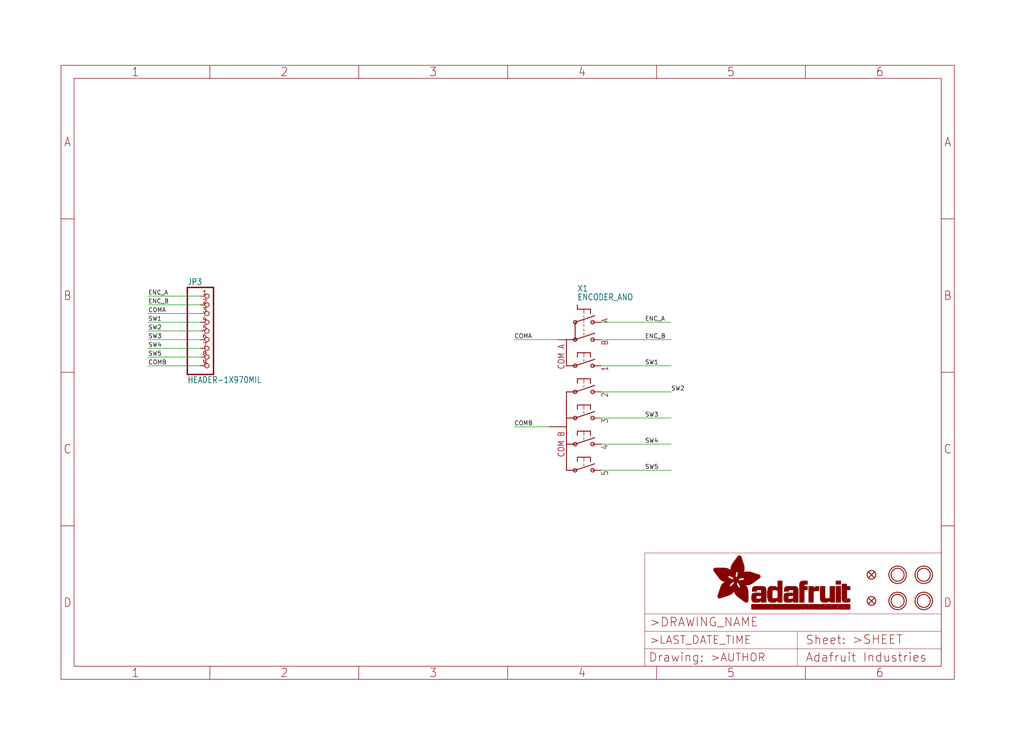
<source format=kicad_sch>
(kicad_sch (version 20211123) (generator eeschema)
  (paper "User" 298.45 217.881)
  (lib_symbols
    (symbol "schematicEagle-eagle-import:ENCODER_ANO"
      (property "Reference" "X" (at -1.905 13.97 0))
      (property "Value" "ENCODER_ANO" (at -1.905 11.43 0))
      (symbol "ENCODER_ANO_1_0"
        (text "1" (at 5.08 -7.62 900) (effects (font (size 1.778 1.5113)) (justify right top)))
        (text "2" (at 5.08 -15.24 900) (effects (font (size 1.778 1.5113)) (justify right top)))
        (text "3" (at 5.08 -22.86 900) (effects (font (size 1.778 1.5113)) (justify right top)))
        (text "4" (at 5.08 -30.48 900) (effects (font (size 1.778 1.5113)) (justify right top)))
        (text "5" (at 5.08 -38.1 900) (effects (font (size 1.778 1.5113)) (justify right top)))
        (text "A" (at 5.08 6.35 900) (effects (font (size 1.778 1.5113)) (justify right top)))
        (text "B" (at 5.08 0 900) (effects (font (size 1.778 1.5113)) (justify right top)))
        (text "COM A" (at -7.62 -1.27 900) (effects (font (size 1.778 1.5113)) (justify right top)))
        (text "COM B" (at -7.62 -26.67 900) (effects (font (size 1.778 1.5113)) (justify right top)))
        (pin passive line (at 5.08 5.08 180) (length 2.54) (name "A") (number "A"))
        (pin passive line (at 5.08 0 180) (length 2.54) (name "B") (number "B"))
        (pin passive line (at -7.62 0 0) (length 2.54) (name "COMA") (number "COM_A"))
        (pin passive line (at -10.16 -25.4 0) (length 5.08) (name "COM_B") (number "COM_B"))
        (pin passive line (at 5.08 -7.62 180) (length 2.54) (name "1") (number "S1"))
        (pin passive line (at 5.08 -15.24 180) (length 2.54) (name "S2") (number "S2"))
        (pin passive line (at 5.08 -22.86 180) (length 2.54) (name "S3") (number "S3"))
        (pin passive line (at 5.08 -30.48 180) (length 2.54) (name "S4") (number "S4"))
        (pin passive line (at 5.08 -38.1 180) (length 2.54) (name "S5") (number "S5"))
      )
    )
    (symbol "schematicEagle-eagle-import:FIDUCIAL_1MM")
    (symbol "schematicEagle-eagle-import:FRAME_A4_ADAFRUIT"
      (symbol "FRAME_A4_ADAFRUIT_0_0"
        (text "1" (at 21.6958 1.905 0) (effects (font (size 2.54 2.286))))
        (text "1" (at 21.6958 177.165 0) (effects (font (size 2.54 2.286))))
        (text "2" (at 65.0875 1.905 0) (effects (font (size 2.54 2.286))))
        (text "2" (at 65.0875 177.165 0) (effects (font (size 2.54 2.286))))
        (text "3" (at 108.4792 1.905 0) (effects (font (size 2.54 2.286))))
        (text "3" (at 108.4792 177.165 0) (effects (font (size 2.54 2.286))))
        (text "4" (at 151.8708 1.905 0) (effects (font (size 2.54 2.286))))
        (text "4" (at 151.8708 177.165 0) (effects (font (size 2.54 2.286))))
        (text "5" (at 195.2625 1.905 0) (effects (font (size 2.54 2.286))))
        (text "5" (at 195.2625 177.165 0) (effects (font (size 2.54 2.286))))
        (text "6" (at 238.6542 1.905 0) (effects (font (size 2.54 2.286))))
        (text "6" (at 238.6542 177.165 0) (effects (font (size 2.54 2.286))))
        (text "A" (at 1.905 156.6863 0) (effects (font (size 2.54 2.286))))
        (text "A" (at 258.445 156.6863 0) (effects (font (size 2.54 2.286))))
        (text "B" (at 1.905 111.9188 0) (effects (font (size 2.54 2.286))))
        (text "B" (at 258.445 111.9188 0) (effects (font (size 2.54 2.286))))
        (text "C" (at 1.905 67.1513 0) (effects (font (size 2.54 2.286))))
        (text "C" (at 258.445 67.1513 0) (effects (font (size 2.54 2.286))))
        (text "D" (at 1.905 22.3838 0) (effects (font (size 2.54 2.286))))
        (text "D" (at 258.445 22.3838 0) (effects (font (size 2.54 2.286))))
      )
      (symbol "FRAME_A4_ADAFRUIT_1_0"
        (text ">AUTHOR" (at 189.23 5.08 0) (effects (font (size 2.286 2.286)) (justify left bottom)))
        (text ">DRAWING_NAME" (at 171.45 15.24 0) (effects (font (size 2.54 2.54)) (justify left bottom)))
        (text ">LAST_DATE_TIME" (at 171.45 10.16 0) (effects (font (size 2.286 2.286)) (justify left bottom)))
        (text ">SHEET" (at 230.505 10.16 0) (effects (font (size 2.54 2.54)) (justify left bottom)))
        (text "Adafruit Industries" (at 216.916 4.953 0) (effects (font (size 2.54 2.54)) (justify left bottom)))
        (text "Drawing:" (at 171.196 4.953 0) (effects (font (size 2.54 2.54)) (justify left bottom)))
        (text "Sheet:" (at 216.916 10.033 0) (effects (font (size 2.54 2.54)) (justify left bottom)))
      )
    )
    (symbol "schematicEagle-eagle-import:HEADER-1X970MIL"
      (property "Reference" "JP" (at -6.35 13.335 0))
      (property "Value" "HEADER-1X970MIL" (at -6.35 -15.24 0))
      (symbol "HEADER-1X970MIL_1_0"
        (pin passive inverted (at -2.54 10.16 0) (length 2.54) (name "1") (number "1"))
        (pin passive inverted (at -2.54 7.62 0) (length 2.54) (name "2") (number "2"))
        (pin passive inverted (at -2.54 5.08 0) (length 2.54) (name "3") (number "3"))
        (pin passive inverted (at -2.54 2.54 0) (length 2.54) (name "4") (number "4"))
        (pin passive inverted (at -2.54 0 0) (length 2.54) (name "5") (number "5"))
        (pin passive inverted (at -2.54 -2.54 0) (length 2.54) (name "6") (number "6"))
        (pin passive inverted (at -2.54 -5.08 0) (length 2.54) (name "7") (number "7"))
        (pin passive inverted (at -2.54 -7.62 0) (length 2.54) (name "8") (number "8"))
        (pin passive inverted (at -2.54 -10.16 0) (length 2.54) (name "9") (number "9"))
      )
    )
    (symbol "schematicEagle-eagle-import:MOUNTINGHOLE2.5")
  )
  (wire (pts (xy 175.26 93.98) (xy 195.58 93.98)))
  (wire (pts (xy 58.42 93.98) (xy 43.18 93.98)))
  (wire (pts (xy 149.86 124.46) (xy 160.02 124.46)))
  (wire (pts (xy 175.26 137.16) (xy 195.58 137.16)))
  (wire (pts (xy 43.18 106.68) (xy 58.42 106.68)))
  (wire (pts (xy 43.18 99.06) (xy 58.42 99.06)))
  (wire (pts (xy 43.18 101.6) (xy 58.42 101.6)))
  (wire (pts (xy 175.26 121.92) (xy 195.58 121.92)))
  (wire (pts (xy 58.42 86.36) (xy 43.18 86.36)))
  (wire (pts (xy 58.42 88.9) (xy 43.18 88.9)))
  (wire (pts (xy 195.58 99.06) (xy 175.26 99.06)))
  (wire (pts (xy 43.18 91.44) (xy 58.42 91.44)))
  (wire (pts (xy 175.26 106.68) (xy 195.58 106.68)))
  (wire (pts (xy 43.18 96.52) (xy 58.42 96.52)))
  (wire (pts (xy 58.42 104.14) (xy 43.18 104.14)))
  (wire (pts (xy 195.58 129.54) (xy 175.26 129.54)))
  (wire (pts (xy 162.56 99.06) (xy 149.86 99.06)))
  (wire (pts (xy 195.58 114.3) (xy 175.26 114.3)))
  (label "COMA" (at 149.86 99.06 0) (effects (font (size 1.2446 1.2446))))
  (label "ENC_A" (at 43.18 86.36 0) (effects (font (size 1.2446 1.2446))))
  (label "SW2" (at 43.18 96.52 0) (effects (font (size 1.2446 1.2446))))
  (label "SW4" (at 187.96 129.54 0) (effects (font (size 1.2446 1.2446))))
  (label "SW1" (at 187.96 106.68 0) (effects (font (size 1.2446 1.2446))))
  (label "SW1" (at 43.18 93.98 0) (effects (font (size 1.2446 1.2446))))
  (label "SW3" (at 43.18 99.06 0) (effects (font (size 1.2446 1.2446))))
  (label "SW5" (at 187.96 137.16 0) (effects (font (size 1.2446 1.2446))))
  (label "COMA" (at 43.18 91.44 0) (effects (font (size 1.2446 1.2446))))
  (label "ENC_B" (at 187.96 99.06 0) (effects (font (size 1.2446 1.2446))))
  (label "SW4" (at 43.18 101.6 0) (effects (font (size 1.2446 1.2446))))
  (label "ENC_A" (at 187.96 93.98 0) (effects (font (size 1.2446 1.2446))))
  (label "ENC_B" (at 43.18 88.9 0) (effects (font (size 1.2446 1.2446))))
  (label "COMB" (at 149.86 124.46 0) (effects (font (size 1.2446 1.2446))))
  (label "COMB" (at 43.18 106.68 0) (effects (font (size 1.2446 1.2446))))
  (label "SW2" (at 195.58 114.3 0) (effects (font (size 1.2446 1.2446))))
  (label "SW5" (at 43.18 104.14 0) (effects (font (size 1.2446 1.2446))))
  (label "SW3" (at 187.96 121.92 0) (effects (font (size 1.2446 1.2446))))
  (symbol (lib_id "schematicEagle-eagle-import:HEADER-1X970MIL") (at 60.96 96.52 0) (unit 1)
    (property "Reference" "JP3" (at 54.61 83.185 0) (effects (font (size 1.778 1.5113)) (justify left bottom)))
    (property "Value" "HEADER-1X970MIL" (at 54.61 111.76 0) (effects (font (size 1.778 1.5113)) (justify left bottom)))
    (property "Footprint" "schematicEagle:1X09_ROUND_70" (effects hide))
  )
  (symbol (lib_id "schematicEagle-eagle-import:FRAME_A4_ADAFRUIT") (at 17.78 198.12 0) (unit 1)
    (property "Reference" "#U$28" (effects hide))
    (property "Value" "FRAME_A4_ADAFRUIT" (effects hide))
    (property "Footprint" "schematicEagle:" (effects hide))
  )
  (symbol (lib_id "schematicEagle-eagle-import:FIDUCIAL_1MM") (at 254 175.26 0) (unit 1)
    (property "Reference" "FID3" (effects hide))
    (property "Value" "FIDUCIAL_1MM" (effects hide))
    (property "Footprint" "schematicEagle:FIDUCIAL_1MM" (effects hide))
  )
  (symbol (lib_id "schematicEagle-eagle-import:FIDUCIAL_1MM") (at 254 167.64 0) (unit 1)
    (property "Reference" "FID4" (effects hide))
    (property "Value" "FIDUCIAL_1MM" (effects hide))
    (property "Footprint" "schematicEagle:FIDUCIAL_1MM" (effects hide))
  )
  (symbol (lib_id "schematicEagle-eagle-import:MOUNTINGHOLE2.5") (at 269.24 175.26 0) (unit 1)
    (property "Reference" "U$30" (effects hide))
    (property "Value" "MOUNTINGHOLE2.5" (effects hide))
    (property "Footprint" "schematicEagle:MOUNTINGHOLE_2.5_PLATED" (effects hide))
  )
  (symbol (lib_id "schematicEagle-eagle-import:MOUNTINGHOLE2.5") (at 269.24 167.64 0) (unit 1)
    (property "Reference" "U$29" (effects hide))
    (property "Value" "MOUNTINGHOLE2.5" (effects hide))
    (property "Footprint" "schematicEagle:MOUNTINGHOLE_2.5_PLATED" (effects hide))
  )
  (symbol (lib_id "schematicEagle-eagle-import:MOUNTINGHOLE2.5") (at 261.62 167.64 0) (unit 1)
    (property "Reference" "U$27" (effects hide))
    (property "Value" "MOUNTINGHOLE2.5" (effects hide))
    (property "Footprint" "schematicEagle:MOUNTINGHOLE_2.5_PLATED" (effects hide))
  )
  (symbol (lib_id "schematicEagle-eagle-import:ENCODER_ANO") (at 170.18 99.06 0) (unit 1)
    (property "Reference" "X1" (at 168.275 85.09 0) (effects (font (size 1.778 1.5113)) (justify left bottom)))
    (property "Value" "ENCODER_ANO" (at 168.275 87.63 0) (effects (font (size 1.778 1.5113)) (justify left bottom)))
    (property "Footprint" "schematicEagle:ENCODER_ANO" (effects hide))
  )
  (symbol (lib_id "schematicEagle-eagle-import:MOUNTINGHOLE2.5") (at 261.62 175.26 0) (unit 1)
    (property "Reference" "U$25" (effects hide))
    (property "Value" "MOUNTINGHOLE2.5" (effects hide))
    (property "Footprint" "schematicEagle:MOUNTINGHOLE_2.5_PLATED" (effects hide))
  )
)
</source>
